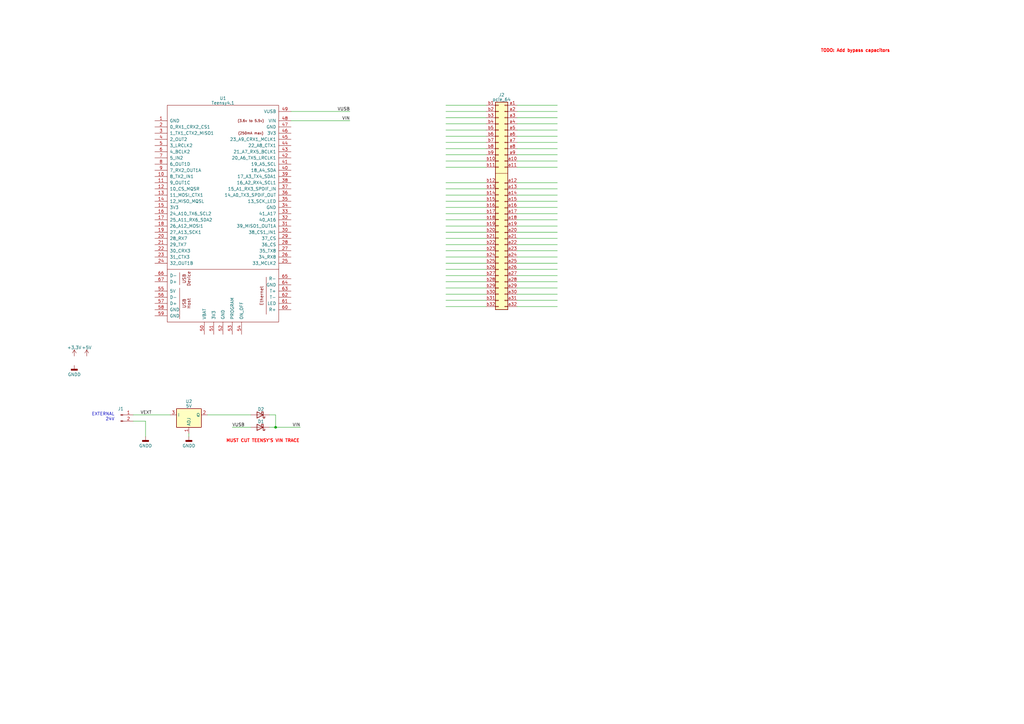
<source format=kicad_sch>
(kicad_sch (version 20230121) (generator eeschema)
  (paper "A3")
  (lib_symbols
    (symbol "Connector:Conn_01x02_Pin" (pin_names (offset 1.016) hide)
      (property "Reference" "J" (at 0 2.54 0))
      (property "Value" "Conn_01x02_Pin" (at 0 -5.08 0))
      (symbol "Conn_01x02_Pin_1_1"
        (polyline (pts (xy 1.27 -2.54) (xy 0.8636 -2.54)) (stroke (width 0.1524)))
        (polyline (pts (xy 1.27 0) (xy 0.8636 0)) (stroke (width 0.1524)))
        (rectangle (start 0.8636 -2.413) (end 0 -2.667) (stroke (width 0.1524)) (fill (type outline)))
        (rectangle (start 0.8636 0.127) (end 0 -0.127) (stroke (width 0.1524)) (fill (type outline)))
        (pin passive line (at 5.08 0 180) (length 3.81) (name "Pin_1") (number "1"))
        (pin passive line (at 5.08 -2.54 180) (length 3.81) (name "Pin_2") (number "2"))
      )
    )
    (symbol "Device:D_Schottky" (pin_numbers hide) (pin_names (offset 1.016) hide)
      (property "Reference" "D" (at 0 2.54 0))
      (property "Value" "D_Schottky" (at 0 -2.54 0))
      (symbol "D_Schottky_0_1"
        (polyline (pts (xy 1.27 0) (xy -1.27 0)))
        (polyline (pts (xy 1.27 1.27) (xy 1.27 -1.27) (xy -1.27 0) (xy 1.27 1.27)) (stroke (width 0.254)))
        (polyline (pts (xy -1.905 0.635) (xy -1.905 1.27) (xy -1.27 1.27) (xy -1.27 -1.27) (xy -0.635 -1.27) (xy -0.635 -0.635)) (stroke (width 0.254)))
      )
      (symbol "D_Schottky_1_1"
        (pin passive line (at -3.81 0 0) (length 2.54) (name "K") (number "1"))
        (pin passive line (at 3.81 0 180) (length 2.54) (name "A") (number "2"))
      )
    )
    (symbol "Regulator_Linear:IFX27001TFV"
      (property "Reference" "U" (at 0 6.35 0))
      (property "Value" "IFX27001TFV" (at 0 3.81 0))
      (symbol "IFX27001TFV_1_1"
        (rectangle (start -5.08 2.54) (end 5.08 -5.08) (stroke (width 0.254)) (fill (type background)))
        (pin input line (at 0 -7.62 90) (length 2.54) (name "ADJ") (number "1"))
        (pin power_out line (at 7.62 0 180) (length 2.54) (name "Q") (number "2"))
        (pin power_in line (at -7.62 0 0) (length 2.54) (name "I") (number "3"))
      )
    )
    (symbol "common:GND" (power) (pin_names (offset 0))
      (property "Value" "GND" (at 0 -3.175 0))
      (symbol "GND_0_1"
        (rectangle (start -1.27 -1.524) (end 1.27 -2.032) (stroke (width 0.254)) (fill (type outline)))
        (polyline (pts (xy 0 0) (xy 0 -1.524)))
      )
      (symbol "GND_1_1"
        (pin power_in line (at 0 0 270) (length 0) hide (name "GNDD") (number "1"))
      )
    )
    (symbol "common:Teensy4.1" (pin_names (offset 1.016))
      (property "Reference" "U" (at 0 64.77 0))
      (property "Value" "Teensy4.1" (at 0 62.23 0))
      (symbol "Teensy4.1_0_0"
        (polyline (pts (xy -22.86 -6.35) (xy 22.86 -6.35)))
        (polyline (pts (xy -17.78 -26.67) (xy -17.78 -13.97)))
        (polyline (pts (xy -17.78 -7.62) (xy -17.78 -12.7)))
        (polyline (pts (xy 17.78 -9.525) (xy 17.78 -24.765)))
        (text "(250mA max)" (at 11.43 49.53 0) (effects (font (size 1.016 1.016))))
        (text "(3.6v to 5.5v)" (at 11.43 54.61 0) (effects (font (size 1.016 1.016))))
        (text "Device" (at -13.97 -10.16 900) (effects (font (size 1.27 1.27))))
        (text "Ethernet" (at 15.875 -17.145 900) (effects (font (size 1.27 1.27))))
        (text "Host" (at -13.97 -20.32 900) (effects (font (size 1.27 1.27))))
        (text "USB" (at -15.875 -20.32 900) (effects (font (size 1.27 1.27))))
        (text "USB" (at -15.875 -10.16 900) (effects (font (size 1.27 1.27))))
        (pin bidirectional line (at -27.94 31.75 0) (length 5.08) (name "8_TX2_IN1") (number "10"))
        (pin bidirectional line (at -27.94 29.21 0) (length 5.08) (name "9_OUT1C") (number "11"))
        (pin bidirectional line (at -27.94 26.67 0) (length 5.08) (name "10_CS_MQSR") (number "12"))
        (pin bidirectional line (at -27.94 24.13 0) (length 5.08) (name "11_MOSI_CTX1") (number "13"))
        (pin bidirectional line (at -27.94 21.59 0) (length 5.08) (name "12_MISO_MQSL") (number "14"))
        (pin power_in line (at -27.94 19.05 0) (length 5.08) (name "3V3") (number "15"))
        (pin bidirectional line (at -27.94 16.51 0) (length 5.08) (name "24_A10_TX6_SCL2") (number "16"))
        (pin bidirectional line (at -27.94 13.97 0) (length 5.08) (name "25_A11_RX6_SDA2") (number "17"))
        (pin bidirectional line (at -27.94 11.43 0) (length 5.08) (name "26_A12_MOSI1") (number "18"))
        (pin bidirectional line (at -27.94 8.89 0) (length 5.08) (name "27_A13_SCK1") (number "19"))
        (pin bidirectional line (at -27.94 6.35 0) (length 5.08) (name "28_RX7") (number "20"))
        (pin bidirectional line (at -27.94 3.81 0) (length 5.08) (name "29_TX7") (number "21"))
        (pin bidirectional line (at -27.94 1.27 0) (length 5.08) (name "30_CRX3") (number "22"))
        (pin bidirectional line (at -27.94 -1.27 0) (length 5.08) (name "31_CTX3") (number "23"))
        (pin bidirectional line (at -27.94 -3.81 0) (length 5.08) (name "32_OUT1B") (number "24"))
        (pin bidirectional line (at 27.94 -3.81 180) (length 5.08) (name "33_MCLK2") (number "25"))
        (pin bidirectional line (at 27.94 -1.27 180) (length 5.08) (name "34_RX8") (number "26"))
        (pin bidirectional line (at 27.94 1.27 180) (length 5.08) (name "35_TX8") (number "27"))
        (pin bidirectional line (at 27.94 3.81 180) (length 5.08) (name "36_CS") (number "28"))
        (pin bidirectional line (at 27.94 6.35 180) (length 5.08) (name "37_CS") (number "29"))
        (pin bidirectional line (at 27.94 8.89 180) (length 5.08) (name "38_CS1_IN1") (number "30"))
        (pin bidirectional line (at 27.94 11.43 180) (length 5.08) (name "39_MISO1_OUT1A") (number "31"))
        (pin bidirectional line (at 27.94 13.97 180) (length 5.08) (name "40_A16") (number "32"))
        (pin bidirectional line (at 27.94 16.51 180) (length 5.08) (name "41_A17") (number "33"))
        (pin bidirectional line (at 27.94 21.59 180) (length 5.08) (name "13_SCK_LED") (number "35"))
        (pin bidirectional line (at 27.94 24.13 180) (length 5.08) (name "14_A0_TX3_SPDIF_OUT") (number "36"))
        (pin bidirectional line (at 27.94 26.67 180) (length 5.08) (name "15_A1_RX3_SPDIF_IN") (number "37"))
        (pin bidirectional line (at 27.94 29.21 180) (length 5.08) (name "16_A2_RX4_SCL1") (number "38"))
        (pin bidirectional line (at 27.94 31.75 180) (length 5.08) (name "17_A3_TX4_SDA1") (number "39"))
        (pin bidirectional line (at 27.94 34.29 180) (length 5.08) (name "18_A4_SDA") (number "40"))
        (pin bidirectional line (at 27.94 36.83 180) (length 5.08) (name "19_A5_SCL") (number "41"))
        (pin bidirectional line (at 27.94 39.37 180) (length 5.08) (name "20_A6_TX5_LRCLK1") (number "42"))
        (pin bidirectional line (at 27.94 41.91 180) (length 5.08) (name "21_A7_RX5_BCLK1") (number "43"))
        (pin bidirectional line (at 27.94 44.45 180) (length 5.08) (name "22_A8_CTX1") (number "44"))
        (pin bidirectional line (at 27.94 46.99 180) (length 5.08) (name "23_A9_CRX1_MCLK1") (number "45"))
        (pin output line (at 27.94 49.53 180) (length 5.08) (name "3V3") (number "46"))
        (pin output line (at 27.94 52.07 180) (length 5.08) (name "GND") (number "47"))
        (pin power_in line (at 27.94 54.61 180) (length 5.08) (name "VIN") (number "48"))
        (pin power_out line (at 27.94 58.42 180) (length 5.08) (name "VUSB") (number "49"))
        (pin bidirectional line (at -27.94 44.45 0) (length 5.08) (name "3_LRCLK2") (number "5"))
        (pin power_in line (at -7.62 -33.02 90) (length 5.08) (name "VBAT") (number "50"))
        (pin power_in line (at -3.81 -33.02 90) (length 5.08) (name "3V3") (number "51"))
        (pin input line (at 0 -33.02 90) (length 5.08) (name "GND") (number "52"))
        (pin input line (at 3.81 -33.02 90) (length 5.08) (name "PROGRAM") (number "53"))
        (pin input line (at 7.62 -33.02 90) (length 5.08) (name "ON_OFF") (number "54"))
        (pin power_out line (at -27.94 -15.24 0) (length 5.08) (name "5V") (number "55"))
        (pin bidirectional line (at -27.94 -17.78 0) (length 5.08) (name "D-") (number "56"))
        (pin bidirectional line (at -27.94 -20.32 0) (length 5.08) (name "D+") (number "57"))
        (pin power_in line (at -27.94 -22.86 0) (length 5.08) (name "GND") (number "58"))
        (pin power_in line (at -27.94 -25.4 0) (length 5.08) (name "GND") (number "59"))
        (pin bidirectional line (at -27.94 41.91 0) (length 5.08) (name "4_BCLK2") (number "6"))
        (pin bidirectional line (at 27.94 -22.86 180) (length 5.08) (name "R+") (number "60"))
        (pin bidirectional line (at 27.94 -20.32 180) (length 5.08) (name "LED") (number "61"))
        (pin bidirectional line (at 27.94 -17.78 180) (length 5.08) (name "T-") (number "62"))
        (pin bidirectional line (at 27.94 -15.24 180) (length 5.08) (name "T+") (number "63"))
        (pin power_in line (at 27.94 -12.7 180) (length 5.08) (name "GND") (number "64"))
        (pin bidirectional line (at 27.94 -10.16 180) (length 5.08) (name "R-") (number "65"))
        (pin bidirectional line (at -27.94 -8.89 0) (length 5.08) (name "D-") (number "66"))
        (pin bidirectional line (at -27.94 -11.43 0) (length 5.08) (name "D+") (number "67"))
        (pin bidirectional line (at -27.94 39.37 0) (length 5.08) (name "5_IN2") (number "7"))
        (pin bidirectional line (at -27.94 36.83 0) (length 5.08) (name "6_OUT1D") (number "8"))
        (pin bidirectional line (at -27.94 34.29 0) (length 5.08) (name "7_RX2_OUT1A") (number "9"))
      )
      (symbol "Teensy4.1_0_1"
        (rectangle (start -22.86 60.96) (end 22.86 -27.94))
        (rectangle (start -20.32 -1.27) (end -20.32 -1.27))
      )
      (symbol "Teensy4.1_1_1"
        (pin power_in line (at -27.94 54.61 0) (length 5.08) (name "GND") (number "1"))
        (pin bidirectional line (at -27.94 52.07 0) (length 5.08) (name "0_RX1_CRX2_CS1") (number "2"))
        (pin bidirectional line (at -27.94 49.53 0) (length 5.08) (name "1_TX1_CTX2_MISO1") (number "3"))
        (pin power_in line (at 27.94 19.05 180) (length 5.08) (name "GND") (number "34"))
        (pin bidirectional line (at -27.94 46.99 0) (length 5.08) (name "2_OUT2") (number "4"))
      )
    )
    (symbol "common:pcie_64" (pin_names (offset 1.016) hide)
      (property "Reference" "J" (at 1.27 40.64 0))
      (property "Value" "pcie_64" (at 20.32 44.45 0))
      (symbol "pcie_64_0_1"
        (polyline (pts (xy 3.81 10.16) (xy -1.27 10.16)))
      )
      (symbol "pcie_64_1_1"
        (rectangle (start -1.27 -45.72) (end 3.81 39.37) (stroke (width 0.254)) (fill (type background)))
        (rectangle (start 0 -44.577) (end -1.27 -44.323) (stroke (width 0.1524)))
        (rectangle (start 0 -42.037) (end -1.27 -41.783) (stroke (width 0.1524)))
        (rectangle (start 0 -39.497) (end -1.27 -39.243) (stroke (width 0.1524)))
        (rectangle (start 0 -36.957) (end -1.27 -36.703) (stroke (width 0.1524)))
        (rectangle (start 0 -34.417) (end -1.27 -34.163) (stroke (width 0.1524)))
        (rectangle (start 0 -31.877) (end -1.27 -31.623) (stroke (width 0.1524)))
        (rectangle (start 0 -29.337) (end -1.27 -29.083) (stroke (width 0.1524)))
        (rectangle (start 0 -26.797) (end -1.27 -26.543) (stroke (width 0.1524)))
        (rectangle (start 0 -24.257) (end -1.27 -24.003) (stroke (width 0.1524)))
        (rectangle (start 0 -21.717) (end -1.27 -21.463) (stroke (width 0.1524)))
        (rectangle (start 0 -19.177) (end -1.27 -18.923) (stroke (width 0.1524)))
        (rectangle (start 0 -16.51) (end -1.27 -16.256) (stroke (width 0.1524)))
        (rectangle (start 0 -13.97) (end -1.27 -13.716) (stroke (width 0.1524)))
        (rectangle (start 0 -11.43) (end -1.27 -11.176) (stroke (width 0.1524)))
        (rectangle (start 0 -8.89) (end -1.27 -8.636) (stroke (width 0.1524)))
        (rectangle (start 0 -6.35) (end -1.27 -6.096) (stroke (width 0.1524)))
        (rectangle (start 0 -3.81) (end -1.27 -3.556) (stroke (width 0.1524)))
        (rectangle (start 0 -1.27) (end -1.27 -1.016) (stroke (width 0.1524)))
        (rectangle (start 0 1.27) (end -1.27 1.524) (stroke (width 0.1524)))
        (rectangle (start 0 3.81) (end -1.27 4.064) (stroke (width 0.1524)))
        (rectangle (start 0 6.35) (end -1.27 6.604) (stroke (width 0.1524)))
        (rectangle (start 0 12.573) (end -1.27 12.827) (stroke (width 0.1524)))
        (rectangle (start 0 15.113) (end -1.27 15.367) (stroke (width 0.1524)))
        (rectangle (start 0 17.653) (end -1.27 17.907) (stroke (width 0.1524)))
        (rectangle (start 0 20.193) (end -1.27 20.447) (stroke (width 0.1524)))
        (rectangle (start 0 22.733) (end -1.27 22.987) (stroke (width 0.1524)))
        (rectangle (start 0 25.273) (end -1.27 25.527) (stroke (width 0.1524)))
        (rectangle (start 0 27.813) (end -1.27 28.067) (stroke (width 0.1524)))
        (rectangle (start 0 30.353) (end -1.27 30.607) (stroke (width 0.1524)))
        (rectangle (start 0 32.893) (end -1.27 33.147) (stroke (width 0.1524)))
        (rectangle (start 0 35.433) (end -1.27 35.687) (stroke (width 0.1524)))
        (rectangle (start 0 37.973) (end -1.27 38.227) (stroke (width 0.1524)))
        (rectangle (start 2.54 -44.577) (end 3.81 -44.323) (stroke (width 0.1524)))
        (rectangle (start 2.54 -42.037) (end 3.81 -41.783) (stroke (width 0.1524)))
        (rectangle (start 2.54 -39.497) (end 3.81 -39.243) (stroke (width 0.1524)))
        (rectangle (start 2.54 -36.957) (end 3.81 -36.703) (stroke (width 0.1524)))
        (rectangle (start 2.54 -34.417) (end 3.81 -34.163) (stroke (width 0.1524)))
        (rectangle (start 2.54 -31.877) (end 3.81 -31.623) (stroke (width 0.1524)))
        (rectangle (start 2.54 -29.337) (end 3.81 -29.083) (stroke (width 0.1524)))
        (rectangle (start 2.54 -26.797) (end 3.81 -26.543) (stroke (width 0.1524)))
        (rectangle (start 2.54 -24.257) (end 3.81 -24.003) (stroke (width 0.1524)))
        (rectangle (start 2.54 -21.717) (end 3.81 -21.463) (stroke (width 0.1524)))
        (rectangle (start 2.54 -19.177) (end 3.81 -18.923) (stroke (width 0.1524)))
        (rectangle (start 2.54 -16.51) (end 3.81 -16.764) (stroke (width 0.1524)))
        (rectangle (start 2.54 -14.224) (end 3.81 -13.97) (stroke (width 0.1524)))
        (rectangle (start 2.54 -11.684) (end 3.81 -11.43) (stroke (width 0.1524)))
        (rectangle (start 2.54 -9.144) (end 3.81 -8.89) (stroke (width 0.1524)))
        (rectangle (start 2.54 -6.604) (end 3.81 -6.35) (stroke (width 0.1524)))
        (rectangle (start 2.54 -4.064) (end 3.81 -3.81) (stroke (width 0.1524)))
        (rectangle (start 2.54 -1.524) (end 3.81 -1.27) (stroke (width 0.1524)))
        (rectangle (start 2.54 1.016) (end 3.81 1.27) (stroke (width 0.1524)))
        (rectangle (start 2.54 3.556) (end 3.81 3.81) (stroke (width 0.1524)))
        (rectangle (start 2.54 6.35) (end 3.81 6.096) (stroke (width 0.1524)))
        (rectangle (start 2.54 12.573) (end 3.81 12.827) (stroke (width 0.1524)))
        (rectangle (start 2.54 15.113) (end 3.81 15.367) (stroke (width 0.1524)))
        (rectangle (start 2.54 17.653) (end 3.81 17.907) (stroke (width 0.1524)))
        (rectangle (start 2.54 20.193) (end 3.81 20.447) (stroke (width 0.1524)))
        (rectangle (start 2.54 22.733) (end 3.81 22.987) (stroke (width 0.1524)))
        (rectangle (start 2.54 25.273) (end 3.81 25.527) (stroke (width 0.1524)))
        (rectangle (start 2.54 27.813) (end 3.81 28.067) (stroke (width 0.1524)))
        (rectangle (start 2.54 30.353) (end 3.81 30.607) (stroke (width 0.1524)))
        (rectangle (start 2.54 32.893) (end 3.81 33.147) (stroke (width 0.1524)))
        (rectangle (start 2.54 35.433) (end 3.81 35.687) (stroke (width 0.1524)))
        (rectangle (start 2.54 37.973) (end 3.81 38.227) (stroke (width 0.1524)))
        (pin passive line (at 7.62 38.1 180) (length 3.81) (name "Pin_a1") (number "a1"))
        (pin passive line (at 7.62 15.24 180) (length 3.81) (name "Pin_a10") (number "a10"))
        (pin passive line (at 7.62 12.7 180) (length 3.81) (name "Pin_a11") (number "a11"))
        (pin passive line (at 7.62 6.35 180) (length 3.81) (name "Pin_a12") (number "a12"))
        (pin passive line (at 7.62 3.81 180) (length 3.81) (name "Pin_a13") (number "a13"))
        (pin passive line (at 7.62 1.27 180) (length 3.81) (name "Pin_a14") (number "a14"))
        (pin passive line (at 7.62 -1.27 180) (length 3.81) (name "Pin_a15") (number "a15"))
        (pin passive line (at 7.62 -3.81 180) (length 3.81) (name "Pin_a16") (number "a16"))
        (pin passive line (at 7.62 -6.35 180) (length 3.81) (name "Pin_a17") (number "a17"))
        (pin passive line (at 7.62 -8.89 180) (length 3.81) (name "Pin_a18") (number "a18"))
        (pin passive line (at 7.62 -11.43 180) (length 3.81) (name "Pin_a19") (number "a19"))
        (pin passive line (at 7.62 35.56 180) (length 3.81) (name "Pin_a2") (number "a2"))
        (pin passive line (at 7.62 -13.97 180) (length 3.81) (name "Pin_a20") (number "a20"))
        (pin passive line (at 7.62 -16.51 180) (length 3.81) (name "Pin_a21") (number "a21"))
        (pin passive line (at 7.62 -19.05 180) (length 3.81) (name "Pin_a22") (number "a22"))
        (pin passive line (at 7.62 -21.59 180) (length 3.81) (name "Pin_a23") (number "a23"))
        (pin passive line (at 7.62 -24.13 180) (length 3.81) (name "Pin_a24") (number "a24"))
        (pin passive line (at 7.62 -26.67 180) (length 3.81) (name "Pin_a25") (number "a25"))
        (pin passive line (at 7.62 -29.21 180) (length 3.81) (name "Pin_a26") (number "a26"))
        (pin passive line (at 7.62 -31.75 180) (length 3.81) (name "Pin_a27") (number "a27"))
        (pin passive line (at 7.62 -34.29 180) (length 3.81) (name "Pin_a28") (number "a28"))
        (pin passive line (at 7.62 -36.83 180) (length 3.81) (name "Pin_a29") (number "a29"))
        (pin passive line (at 7.62 33.02 180) (length 3.81) (name "Pin_a3") (number "a3"))
        (pin passive line (at 7.62 -39.37 180) (length 3.81) (name "Pin_a30") (number "a30"))
        (pin passive line (at 7.62 -41.91 180) (length 3.81) (name "Pin_a31") (number "a31"))
        (pin passive line (at 7.62 -44.45 180) (length 3.81) (name "Pin_a32") (number "a32"))
        (pin passive line (at 7.62 30.48 180) (length 3.81) (name "Pin_a4") (number "a4"))
        (pin passive line (at 7.62 27.94 180) (length 3.81) (name "Pin_a5") (number "a5"))
        (pin passive line (at 7.62 25.4 180) (length 3.81) (name "Pin_a6") (number "a6"))
        (pin passive line (at 7.62 22.86 180) (length 3.81) (name "Pin_a7") (number "a7"))
        (pin passive line (at 7.62 20.32 180) (length 3.81) (name "Pin_a8") (number "a8"))
        (pin passive line (at 7.62 17.78 180) (length 3.81) (name "Pin_a9") (number "a9"))
        (pin passive line (at -5.08 38.1 0) (length 3.81) (name "Pin_b1") (number "b1"))
        (pin passive line (at -5.08 15.24 0) (length 3.81) (name "Pin_b10") (number "b10"))
        (pin passive line (at -5.08 12.7 0) (length 3.81) (name "Pin_b11") (number "b11"))
        (pin passive line (at -5.08 6.35 0) (length 3.81) (name "Pin_b12") (number "b12"))
        (pin passive line (at -5.08 3.81 0) (length 3.81) (name "Pin_b13") (number "b13"))
        (pin passive line (at -5.08 1.27 0) (length 3.81) (name "Pin_b14") (number "b14"))
        (pin passive line (at -5.08 -1.27 0) (length 3.81) (name "Pin_b15") (number "b15"))
        (pin passive line (at -5.08 -3.81 0) (length 3.81) (name "Pin_b16") (number "b16"))
        (pin passive line (at -5.08 -6.35 0) (length 3.81) (name "Pin_b17") (number "b17"))
        (pin passive line (at -5.08 -8.89 0) (length 3.81) (name "Pin_b18") (number "b18"))
        (pin passive line (at -5.08 -11.43 0) (length 3.81) (name "Pin_b19") (number "b19"))
        (pin passive line (at -5.08 35.56 0) (length 3.81) (name "Pin_b2") (number "b2"))
        (pin passive line (at -5.08 -13.97 0) (length 3.81) (name "Pin_b20") (number "b20"))
        (pin passive line (at -5.08 -16.51 0) (length 3.81) (name "Pin_b21") (number "b21"))
        (pin passive line (at -5.08 -19.05 0) (length 3.81) (name "Pin_b22") (number "b22"))
        (pin passive line (at -5.08 -21.59 0) (length 3.81) (name "Pin_b23") (number "b23"))
        (pin passive line (at -5.08 -24.13 0) (length 3.81) (name "Pin_b24") (number "b24"))
        (pin passive line (at -5.08 -26.67 0) (length 3.81) (name "Pin_b25") (number "b25"))
        (pin passive line (at -5.08 -29.21 0) (length 3.81) (name "Pin_b26") (number "b26"))
        (pin passive line (at -5.08 -31.75 0) (length 3.81) (name "Pin_b27") (number "b27"))
        (pin passive line (at -5.08 -34.29 0) (length 3.81) (name "Pin_b28") (number "b28"))
        (pin passive line (at -5.08 -36.83 0) (length 3.81) (name "Pin_b29") (number "b29"))
        (pin passive line (at -5.08 33.02 0) (length 3.81) (name "Pin_b3") (number "b3"))
        (pin passive line (at -5.08 -39.37 0) (length 3.81) (name "Pin_b30") (number "b30"))
        (pin passive line (at -5.08 -41.91 0) (length 3.81) (name "Pin_b31") (number "b31"))
        (pin passive line (at -5.08 -44.45 0) (length 3.81) (name "Pin_b32") (number "b32"))
        (pin passive line (at -5.08 30.48 0) (length 3.81) (name "Pin_b4") (number "b4"))
        (pin passive line (at -5.08 27.94 0) (length 3.81) (name "Pin_b5") (number "b5"))
        (pin passive line (at -5.08 25.4 0) (length 3.81) (name "Pin_b6") (number "b6"))
        (pin passive line (at -5.08 22.86 0) (length 3.81) (name "Pin_b7") (number "b7"))
        (pin passive line (at -5.08 20.32 0) (length 3.81) (name "Pin_b8") (number "b8"))
        (pin passive line (at -5.08 17.78 0) (length 3.81) (name "Pin_b9") (number "b9"))
      )
    )
    (symbol "power:+3.3V" (power) (pin_names (offset 0))
      (property "Value" "+3.3V" (at 0 3.556 0))
      (symbol "+3.3V_0_1"
        (polyline (pts (xy -0.762 1.27) (xy 0 2.54)))
        (polyline (pts (xy 0 0) (xy 0 2.54)))
        (polyline (pts (xy 0 2.54) (xy 0.762 1.27)))
      )
      (symbol "+3.3V_1_1"
        (pin power_in line (at 0 0 90) (length 0) hide (name "+3.3V") (number "1"))
      )
    )
    (symbol "power:+5V" (power) (pin_names (offset 0))
      (property "Value" "+5V" (at 0 3.556 0))
      (symbol "+5V_0_1"
        (polyline (pts (xy -0.762 1.27) (xy 0 2.54)))
        (polyline (pts (xy 0 0) (xy 0 2.54)))
        (polyline (pts (xy 0 2.54) (xy 0.762 1.27)))
      )
      (symbol "+5V_1_1"
        (pin power_in line (at 0 0 90) (length 0) hide (name "+5V") (number "1"))
      )
    )
  )
  (junction (at 113.03 175.26))
  (wire (pts (xy 182.88 63.5) (xy 199.39 63.5)))
  (wire (pts (xy 182.88 110.49) (xy 199.39 110.49)))
  (wire (pts (xy 182.88 66.04) (xy 199.39 66.04)))
  (wire (pts (xy 212.09 74.93) (xy 228.6 74.93)))
  (wire (pts (xy 212.09 92.71) (xy 228.6 92.71)))
  (wire (pts (xy 212.09 105.41) (xy 228.6 105.41)))
  (wire (pts (xy 212.09 48.26) (xy 228.6 48.26)))
  (wire (pts (xy 110.49 170.18) (xy 113.03 170.18)))
  (wire (pts (xy 212.09 110.49) (xy 228.6 110.49)))
  (wire (pts (xy 212.09 125.73) (xy 228.6 125.73)))
  (wire (pts (xy 182.88 100.33) (xy 199.39 100.33)))
  (wire (pts (xy 113.03 175.26) (xy 123.19 175.26)))
  (wire (pts (xy 212.09 43.18) (xy 228.6 43.18)))
  (wire (pts (xy 182.88 120.65) (xy 199.39 120.65)))
  (wire (pts (xy 182.88 50.8) (xy 199.39 50.8)))
  (wire (pts (xy 212.09 87.63) (xy 228.6 87.63)))
  (wire (pts (xy 182.88 60.96) (xy 199.39 60.96)))
  (wire (pts (xy 212.09 55.88) (xy 228.6 55.88)))
  (wire (pts (xy 212.09 102.87) (xy 228.6 102.87)))
  (wire (pts (xy 182.88 77.47) (xy 199.39 77.47)))
  (wire (pts (xy 119.38 45.72) (xy 143.51 45.72)))
  (wire (pts (xy 182.88 87.63) (xy 199.39 87.63)))
  (wire (pts (xy 182.88 97.79) (xy 199.39 97.79)))
  (wire (pts (xy 95.25 175.26) (xy 102.87 175.26)))
  (wire (pts (xy 182.88 82.55) (xy 199.39 82.55)))
  (wire (pts (xy 182.88 90.17) (xy 199.39 90.17)))
  (wire (pts (xy 182.88 55.88) (xy 199.39 55.88)))
  (wire (pts (xy 212.09 90.17) (xy 228.6 90.17)))
  (wire (pts (xy 182.88 113.03) (xy 199.39 113.03)))
  (wire (pts (xy 212.09 60.96) (xy 228.6 60.96)))
  (wire (pts (xy 212.09 82.55) (xy 228.6 82.55)))
  (wire (pts (xy 119.38 49.53) (xy 143.51 49.53)))
  (wire (pts (xy 182.88 102.87) (xy 199.39 102.87)))
  (wire (pts (xy 212.09 80.01) (xy 228.6 80.01)))
  (wire (pts (xy 212.09 118.11) (xy 228.6 118.11)))
  (wire (pts (xy 212.09 63.5) (xy 228.6 63.5)))
  (wire (pts (xy 54.61 172.72) (xy 59.69 172.72)))
  (wire (pts (xy 212.09 45.72) (xy 228.6 45.72)))
  (wire (pts (xy 212.09 58.42) (xy 228.6 58.42)))
  (wire (pts (xy 182.88 53.34) (xy 199.39 53.34)))
  (wire (pts (xy 212.09 113.03) (xy 228.6 113.03)))
  (wire (pts (xy 212.09 123.19) (xy 228.6 123.19)))
  (wire (pts (xy 212.09 100.33) (xy 228.6 100.33)))
  (wire (pts (xy 212.09 97.79) (xy 228.6 97.79)))
  (wire (pts (xy 212.09 53.34) (xy 228.6 53.34)))
  (wire (pts (xy 212.09 68.58) (xy 228.6 68.58)))
  (wire (pts (xy 59.69 172.72) (xy 59.69 179.07)))
  (wire (pts (xy 182.88 107.95) (xy 199.39 107.95)))
  (wire (pts (xy 77.47 179.07) (xy 77.47 177.8)))
  (wire (pts (xy 182.88 48.26) (xy 199.39 48.26)))
  (wire (pts (xy 54.61 170.18) (xy 69.85 170.18)))
  (wire (pts (xy 182.88 125.73) (xy 199.39 125.73)))
  (wire (pts (xy 182.88 118.11) (xy 199.39 118.11)))
  (wire (pts (xy 182.88 68.58) (xy 199.39 68.58)))
  (wire (pts (xy 182.88 80.01) (xy 199.39 80.01)))
  (wire (pts (xy 182.88 95.25) (xy 199.39 95.25)))
  (wire (pts (xy 212.09 66.04) (xy 228.6 66.04)))
  (wire (pts (xy 212.09 120.65) (xy 228.6 120.65)))
  (wire (pts (xy 212.09 95.25) (xy 228.6 95.25)))
  (wire (pts (xy 212.09 115.57) (xy 228.6 115.57)))
  (wire (pts (xy 182.88 43.18) (xy 199.39 43.18)))
  (wire (pts (xy 212.09 85.09) (xy 228.6 85.09)))
  (wire (pts (xy 182.88 123.19) (xy 199.39 123.19)))
  (wire (pts (xy 182.88 105.41) (xy 199.39 105.41)))
  (wire (pts (xy 182.88 74.93) (xy 199.39 74.93)))
  (wire (pts (xy 212.09 77.47) (xy 228.6 77.47)))
  (wire (pts (xy 110.49 175.26) (xy 113.03 175.26)))
  (wire (pts (xy 113.03 170.18) (xy 113.03 175.26)))
  (wire (pts (xy 212.09 50.8) (xy 228.6 50.8)))
  (wire (pts (xy 182.88 92.71) (xy 199.39 92.71)))
  (wire (pts (xy 182.88 115.57) (xy 199.39 115.57)))
  (wire (pts (xy 182.88 45.72) (xy 199.39 45.72)))
  (wire (pts (xy 182.88 58.42) (xy 199.39 58.42)))
  (wire (pts (xy 182.88 85.09) (xy 199.39 85.09)))
  (wire (pts (xy 212.09 107.95) (xy 228.6 107.95)))
  (wire (pts (xy 85.09 170.18) (xy 102.87 170.18)))
  (text "TODO: Add bypass capacitors" (at 336.55 21.59 0) (effects (font (size 1.27 1.27) (thickness 0.254) bold) (justify left bottom)))
  (text "MUST CUT TEENSY'S VIN TRACE" (at 92.71 181.61 0) (effects (font (size 1.27 1.27) (thickness 0.254) bold) (justify left bottom)))
  (text "EXTERNAL\n24V" (at 46.99 172.72 0) (effects (font (size 1.27 1.27)) (justify right bottom)))
  (label "VUSB" (at 95.25 175.26 0))
  (label "VIN" (at 123.19 175.26 180))
  (label "VUSB" (at 143.51 45.72 180))
  (label "VEXT" (at 62.23 170.18 180))
  (label "VIN" (at 143.51 49.53 180))
  (symbol (lib_id "common:GND") (at 77.47 179.07 0) (unit 1)
    (property "Reference" "#PWR05" (effects hide))
    (property "Value" "GND" (at 77.47 182.8245 0))
  )
  (symbol (lib_id "Device:D_Schottky") (at 106.68 170.18 180) (unit 1)
    (property "Reference" "D2" (at 106.9975 167.8211 0))
    (property "Value" "D_Schottky" (effects hide))
  )
  (symbol (lib_id "common:GND") (at 59.69 179.07 0) (unit 1)
    (property "Reference" "#PWR04" (effects hide))
    (property "Value" "GND" (at 59.69 182.8245 0))
  )
  (symbol (lib_id "power:+5V") (at 35.56 146.05 0) (unit 1)
    (property "Reference" "#PWR02" (effects hide))
    (property "Value" "+5V" (at 35.56 142.5481 0))
  )
  (symbol (lib_id "common:Teensy4.1") (at 91.44 104.14 0) (unit 1)
    (property "Reference" "U1" (at 91.44 40.2971 0))
    (property "Value" "Teensy4.1" (at 91.44 42.2181 0))
    (property "Footprint" "common:Teensy41" (effects hide))
  )
  (symbol (lib_id "power:+3.3V") (at 30.48 146.05 0) (unit 1)
    (property "Reference" "#PWR03" (effects hide))
    (property "Value" "+3.3V" (at 30.48 142.5481 0))
  )
  (symbol (lib_id "Connector:Conn_01x02_Pin") (at 49.53 170.18 0) (unit 1)
    (property "Reference" "J1" (at 49.53 167.64 0))
    (property "Value" "Conn_01x02_Pin" (effects hide))
  )
  (symbol (lib_id "Device:D_Schottky") (at 106.68 175.26 180) (unit 1)
    (property "Reference" "D1" (at 106.9975 172.9011 0))
    (property "Value" "D_Schottky" (effects hide))
  )
  (symbol (lib_id "common:pcie_64") (at 204.47 81.28 0) (unit 1)
    (property "Reference" "J2" (at 205.74 38.9001 0))
    (property "Value" "pcie_64" (at 205.74 40.8211 0))
    (property "Footprint" "common:pcie_64" (effects hide))
  )
  (symbol (lib_id "Regulator_Linear:IFX27001TFV") (at 77.47 170.18 0) (unit 1)
    (property "Reference" "U2" (at 77.47 164.6301 0))
    (property "Value" "5V" (at 77.47 166.5511 0))
    (property "Footprint" "Package_TO_SOT_SMD:TO-252-3_TabPin2" (effects hide))
    (property "Datasheet" "https://static6.arrow.com/aropdfconversion/dc75757ae45a88e5f69bdce3f2a651a5fe0ca07d/ifx27001_ds_10.pdf" (effects hide))
  )
  (symbol (lib_id "common:GND") (at 30.48 149.86 0) (unit 1)
    (property "Reference" "#PWR01" (effects hide))
    (property "Value" "GND" (at 30.48 153.6145 0))
  )
)
</source>
